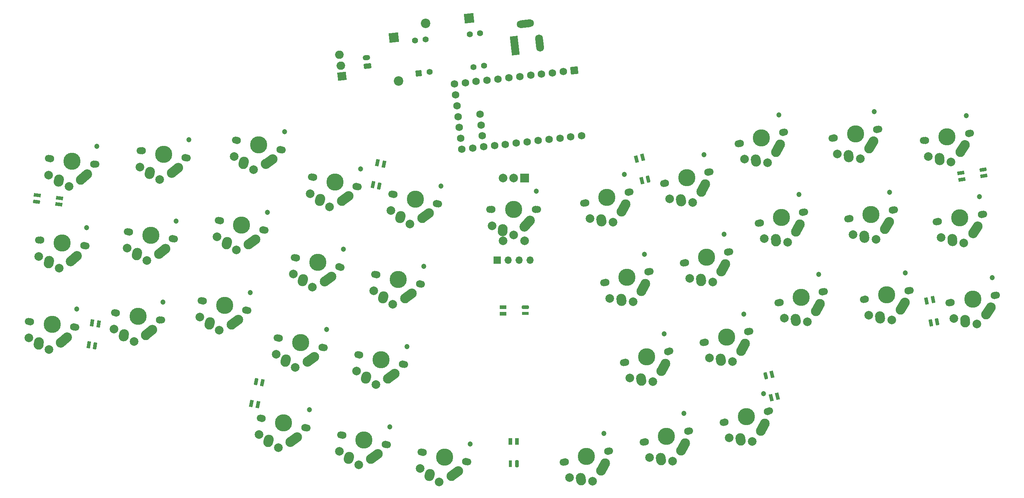
<source format=gts>
G04 #@! TF.GenerationSoftware,KiCad,Pcbnew,(7.0.0-0)*
G04 #@! TF.CreationDate,2023-03-04T10:35:24+00:00*
G04 #@! TF.ProjectId,LeChiffre,4c654368-6966-4667-9265-2e6b69636164,rev?*
G04 #@! TF.SameCoordinates,Original*
G04 #@! TF.FileFunction,Soldermask,Top*
G04 #@! TF.FilePolarity,Negative*
%FSLAX46Y46*%
G04 Gerber Fmt 4.6, Leading zero omitted, Abs format (unit mm)*
G04 Created by KiCad (PCBNEW (7.0.0-0)) date 2023-03-04 10:35:24*
%MOMM*%
%LPD*%
G01*
G04 APERTURE LIST*
G04 Aperture macros list*
%AMRoundRect*
0 Rectangle with rounded corners*
0 $1 Rounding radius*
0 $2 $3 $4 $5 $6 $7 $8 $9 X,Y pos of 4 corners*
0 Add a 4 corners polygon primitive as box body*
4,1,4,$2,$3,$4,$5,$6,$7,$8,$9,$2,$3,0*
0 Add four circle primitives for the rounded corners*
1,1,$1+$1,$2,$3*
1,1,$1+$1,$4,$5*
1,1,$1+$1,$6,$7*
1,1,$1+$1,$8,$9*
0 Add four rect primitives between the rounded corners*
20,1,$1+$1,$2,$3,$4,$5,0*
20,1,$1+$1,$4,$5,$6,$7,0*
20,1,$1+$1,$6,$7,$8,$9,0*
20,1,$1+$1,$8,$9,$2,$3,0*%
%AMHorizOval*
0 Thick line with rounded ends*
0 $1 width*
0 $2 $3 position (X,Y) of the first rounded end (center of the circle)*
0 $4 $5 position (X,Y) of the second rounded end (center of the circle)*
0 Add line between two ends*
20,1,$1,$2,$3,$4,$5,0*
0 Add two circle primitives to create the rounded ends*
1,1,$1,$2,$3*
1,1,$1,$4,$5*%
%AMRotRect*
0 Rectangle, with rotation*
0 The origin of the aperture is its center*
0 $1 length*
0 $2 width*
0 $3 Rotation angle, in degrees counterclockwise*
0 Add horizontal line*
21,1,$1,$2,0,0,$3*%
G04 Aperture macros list end*
%ADD10C,1.700000*%
%ADD11C,1.200000*%
%ADD12C,1.750000*%
%ADD13C,3.987800*%
%ADD14HorizOval,2.250000X-0.054968X-0.285445X0.054968X0.285445X0*%
%ADD15C,2.250000*%
%ADD16C,2.000000*%
%ADD17HorizOval,2.250000X-0.739078X-0.644739X0.739078X0.644739X0*%
%ADD18HorizOval,2.250000X-0.064896X-0.283352X0.064896X0.283352X0*%
%ADD19HorizOval,2.250000X-0.761129X-0.618553X0.761129X0.618553X0*%
%ADD20HorizOval,2.250000X-0.079637X-0.279568X0.079637X0.279568X0*%
%ADD21HorizOval,2.250000X-0.792459X-0.577871X0.792459X0.577871X0*%
%ADD22HorizOval,2.250000X0.050977X-0.286184X-0.050977X0.286184X0*%
%ADD23HorizOval,2.250000X-0.458935X-0.866778X0.458935X0.866778X0*%
%ADD24HorizOval,2.250000X0.035930X-0.288460X-0.035930X0.288460X0*%
%ADD25HorizOval,2.250000X-0.503670X-0.841571X0.503670X0.841571X0*%
%ADD26HorizOval,2.250000X0.025841X-0.289538X-0.025841X0.289538X0*%
%ADD27HorizOval,2.250000X-0.532734X-0.823481X0.532734X0.823481X0*%
%ADD28R,1.700000X1.700000*%
%ADD29O,1.700000X1.700000*%
%ADD30R,2.000000X2.000000*%
%ADD31HorizOval,2.250000X-0.019771X-0.290016X0.019771X0.290016X0*%
%ADD32HorizOval,2.250000X-0.654995X-0.730004X0.654995X0.730004X0*%
%ADD33RotRect,1.622000X0.820000X104.000000*%
%ADD34RoundRect,0.205000X0.345515X-0.538405X0.052306X0.637593X-0.345515X0.538405X-0.052306X-0.637593X0*%
%ADD35RotRect,1.622000X0.803000X104.000000*%
%ADD36R,1.622000X0.820000*%
%ADD37RoundRect,0.205000X-0.606000X-0.205000X0.606000X-0.205000X0.606000X0.205000X-0.606000X0.205000X0*%
%ADD38R,1.622000X0.803000*%
%ADD39RotRect,2.200000X2.200000X276.500000*%
%ADD40HorizOval,2.200000X0.000000X0.000000X0.000000X0.000000X0*%
%ADD41RotRect,1.622000X0.820000X173.000000*%
%ADD42RoundRect,0.205000X0.626466X0.129619X-0.576500X0.277325X-0.626466X-0.129619X0.576500X-0.277325X0*%
%ADD43RotRect,1.622000X0.803000X173.000000*%
%ADD44RotRect,1.622000X0.820000X9.000000*%
%ADD45RoundRect,0.205000X-0.566470X-0.297275X0.630608X-0.107677X0.566470X0.297275X-0.630608X0.107677X0*%
%ADD46RotRect,1.622000X0.803000X9.000000*%
%ADD47RotRect,4.400000X1.800000X96.500000*%
%ADD48HorizOval,1.800000X-0.124524X1.092929X0.124524X-1.092929X0*%
%ADD49HorizOval,1.800000X-1.092929X-0.124524X1.092929X0.124524X0*%
%ADD50RotRect,1.622000X0.820000X258.000000*%
%ADD51RoundRect,0.205000X-0.074526X0.635379X-0.326515X-0.550136X0.074526X-0.635379X0.326515X0.550136X0*%
%ADD52RotRect,1.622000X0.803000X258.000000*%
%ADD53R,0.820000X1.622000*%
%ADD54RoundRect,0.205000X-0.205000X0.606000X-0.205000X-0.606000X0.205000X-0.606000X0.205000X0.606000X0*%
%ADD55R,0.803000X1.622000*%
%ADD56RoundRect,0.250000X0.660604X-0.276998X0.581361X0.418502X-0.660604X0.276998X-0.581361X-0.418502X0*%
%ADD57HorizOval,1.200000X0.273232X0.031131X-0.273232X-0.031131X0*%
%ADD58RotRect,1.905000X2.000000X96.500000*%
%ADD59HorizOval,1.905000X0.047195X0.005377X-0.047195X-0.005377X0*%
%ADD60RotRect,1.622000X0.820000X281.000000*%
%ADD61RoundRect,0.205000X-0.316864X0.555750X-0.085603X-0.633982X0.316864X-0.555750X0.085603X0.633982X0*%
%ADD62RotRect,1.622000X0.803000X281.000000*%
%ADD63RotRect,1.622000X0.820000X284.000000*%
%ADD64RoundRect,0.205000X-0.345515X0.538405X-0.052306X-0.637593X0.345515X-0.538405X0.052306X0.637593X0*%
%ADD65RotRect,1.622000X0.803000X284.000000*%
%ADD66RotRect,1.622000X0.820000X261.000000*%
%ADD67RoundRect,0.205000X-0.107677X0.630608X-0.297275X-0.566470X0.107677X-0.630608X0.297275X0.566470X0*%
%ADD68RotRect,1.622000X0.803000X261.000000*%
%ADD69RotRect,1.400000X1.400000X96.500000*%
%ADD70C,1.400000*%
%ADD71RotRect,1.622000X0.820000X78.000000*%
%ADD72RoundRect,0.205000X0.074526X-0.635379X0.326515X0.550136X-0.074526X0.635379X-0.326515X-0.550136X0*%
%ADD73RotRect,1.622000X0.803000X78.000000*%
%ADD74RotRect,2.200000X2.200000X186.500000*%
%ADD75HorizOval,2.200000X0.000000X0.000000X0.000000X0.000000X0*%
%ADD76C,1.752600*%
%ADD77RotRect,1.752600X1.752600X186.500000*%
G04 APERTURE END LIST*
D10*
X47850155Y-69312435D03*
D11*
X48084093Y-65109618D03*
D12*
X47433285Y-69261250D03*
D13*
X42391151Y-68642154D03*
D12*
X37349017Y-68023058D03*
D10*
X36932147Y-67971873D03*
D14*
X39306405Y-73089382D03*
D15*
X39250988Y-73374740D03*
D16*
X36965317Y-71804483D03*
D17*
X45124125Y-72272281D03*
D15*
X44385039Y-72917012D03*
D16*
X41672122Y-74498176D03*
D10*
X45528545Y-88220439D03*
D11*
X45762483Y-84017622D03*
D12*
X45111675Y-88169254D03*
D13*
X40069541Y-87550158D03*
D12*
X35027407Y-86931062D03*
D10*
X34610537Y-86879877D03*
D14*
X36984795Y-91997386D03*
D15*
X36929378Y-92282744D03*
D16*
X34643707Y-90712487D03*
D17*
X42802515Y-91180285D03*
D15*
X42063429Y-91825016D03*
D16*
X39350512Y-93406180D03*
D10*
X43206934Y-107128445D03*
D11*
X43440872Y-102925628D03*
D12*
X42790064Y-107077260D03*
D13*
X37747930Y-106458164D03*
D12*
X32705796Y-105839068D03*
D10*
X32288926Y-105787883D03*
D14*
X34663184Y-110905392D03*
D15*
X34607767Y-111190750D03*
D16*
X32322096Y-109620493D03*
D17*
X40480904Y-110088291D03*
D15*
X39741818Y-110733022D03*
D16*
X37028901Y-112314186D03*
D10*
X69041707Y-67854600D03*
D11*
X69422179Y-63662507D03*
D12*
X68626878Y-67788897D03*
D13*
X63609421Y-66994210D03*
D12*
X58591964Y-66199523D03*
D10*
X58177135Y-66133820D03*
D18*
X60371348Y-71331072D03*
D15*
X60306006Y-71614323D03*
D16*
X58076528Y-69965253D03*
D19*
X66214040Y-70717506D03*
D15*
X65452904Y-71336050D03*
D16*
X62686458Y-72821571D03*
D10*
X66061631Y-86670062D03*
D11*
X66442103Y-82477969D03*
D12*
X65646802Y-86604359D03*
D13*
X60629345Y-85809672D03*
D12*
X55611888Y-85014985D03*
D10*
X55197059Y-84949282D03*
D18*
X57391272Y-90146534D03*
D15*
X57325930Y-90429785D03*
D16*
X55096452Y-88780715D03*
D19*
X63233964Y-89532968D03*
D15*
X62472828Y-90151512D03*
D16*
X59706382Y-91637033D03*
D10*
X63081553Y-105485526D03*
D11*
X63462025Y-101293433D03*
D12*
X62666724Y-105419823D03*
D13*
X57649267Y-104625136D03*
D12*
X52631810Y-103830449D03*
D10*
X52216981Y-103764746D03*
D18*
X54411194Y-108961998D03*
D15*
X54345852Y-109245249D03*
D16*
X52116374Y-107596179D03*
D19*
X60253886Y-108348432D03*
D15*
X59492750Y-108966976D03*
D16*
X56726304Y-110452497D03*
D10*
X87046047Y-84593789D03*
D11*
X87645395Y-80427354D03*
D12*
X86635225Y-84506466D03*
D13*
X81666235Y-83450275D03*
D12*
X76697245Y-82394084D03*
D10*
X76286423Y-82306761D03*
D20*
X78205625Y-87611727D03*
D15*
X78125549Y-87891169D03*
D16*
X75985433Y-86127677D03*
D21*
X84072422Y-87304783D03*
D15*
X83279957Y-87882645D03*
D16*
X80439556Y-89221346D03*
D10*
X83085329Y-103227503D03*
D11*
X83684677Y-99061068D03*
D12*
X82674507Y-103140180D03*
D13*
X77705517Y-102083989D03*
D12*
X72736527Y-101027798D03*
D10*
X72325705Y-100940475D03*
D20*
X74244907Y-106245441D03*
D15*
X74164831Y-106524883D03*
D16*
X72024715Y-104761391D03*
D21*
X80111704Y-105938497D03*
D15*
X79319239Y-106516359D03*
D16*
X76478838Y-107855060D03*
D10*
X108650296Y-74579222D03*
D11*
X109249644Y-70412787D03*
D12*
X108239474Y-74491899D03*
D13*
X103270484Y-73435708D03*
D12*
X98301494Y-72379517D03*
D10*
X97890672Y-72292194D03*
D20*
X99809874Y-77597160D03*
D15*
X99729798Y-77876602D03*
D16*
X97589682Y-76113110D03*
D21*
X105676671Y-77290216D03*
D15*
X104884206Y-77868078D03*
D16*
X102043805Y-79206779D03*
D10*
X104689579Y-93212935D03*
D11*
X105288927Y-89046500D03*
D12*
X104278757Y-93125612D03*
D13*
X99309767Y-92069421D03*
D12*
X94340777Y-91013230D03*
D10*
X93929955Y-90925907D03*
D20*
X95849157Y-96230873D03*
D15*
X95769081Y-96510315D03*
D16*
X93628965Y-94746823D03*
D21*
X101715954Y-95923929D03*
D15*
X100923489Y-96501791D03*
D16*
X98083088Y-97840492D03*
D10*
X100728861Y-111846646D03*
D11*
X101328209Y-107680211D03*
D12*
X100318039Y-111759323D03*
D13*
X95349049Y-110703132D03*
D12*
X90380059Y-109646941D03*
D10*
X89969237Y-109559618D03*
D20*
X91888439Y-114864584D03*
D15*
X91808363Y-115144026D03*
D16*
X89668247Y-113380534D03*
D21*
X97755236Y-114557640D03*
D15*
X96962771Y-115135502D03*
D16*
X94122370Y-116474203D03*
D10*
X127284008Y-78539940D03*
D11*
X127883356Y-74373505D03*
D12*
X126873186Y-78452617D03*
D13*
X121904196Y-77396426D03*
D12*
X116935206Y-76340235D03*
D10*
X116524384Y-76252912D03*
D20*
X118443586Y-81557878D03*
D15*
X118363510Y-81837320D03*
D16*
X116223394Y-80073828D03*
D21*
X124310383Y-81250934D03*
D15*
X123517918Y-81828796D03*
D16*
X120677517Y-83167497D03*
D10*
X123323291Y-97173653D03*
D11*
X123922639Y-93007218D03*
D12*
X122912469Y-97086330D03*
D13*
X117943479Y-96030139D03*
D12*
X112974489Y-94973948D03*
D10*
X112563667Y-94886625D03*
D20*
X114482869Y-100191591D03*
D15*
X114402793Y-100471033D03*
D16*
X112262677Y-98707541D03*
D21*
X120349666Y-99884647D03*
D15*
X119557201Y-100462509D03*
D16*
X116716800Y-101801210D03*
D10*
X119362574Y-115807365D03*
D11*
X119961922Y-111640930D03*
D12*
X118951752Y-115720042D03*
D13*
X113982762Y-114663851D03*
D12*
X109013772Y-113607660D03*
D10*
X108602950Y-113520337D03*
D20*
X110522152Y-118825303D03*
D15*
X110442076Y-119104745D03*
D16*
X108301960Y-117341253D03*
D21*
X116388949Y-118518359D03*
D15*
X115596484Y-119096221D03*
D16*
X112756083Y-120434922D03*
D10*
X115399566Y-134428349D03*
D11*
X115998914Y-130261914D03*
D12*
X114988744Y-134341026D03*
D13*
X110019754Y-133284835D03*
D12*
X105050764Y-132228644D03*
D10*
X104639942Y-132141321D03*
D20*
X106559144Y-137446287D03*
D15*
X106479068Y-137725729D03*
D16*
X104338952Y-135962237D03*
D21*
X112425941Y-137139343D03*
D15*
X111633476Y-137717205D03*
D16*
X108793075Y-139055906D03*
D10*
X171664957Y-75704338D03*
D11*
X170377203Y-71696834D03*
D12*
X171257433Y-75805945D03*
D13*
X166328331Y-77034908D03*
D12*
X161399229Y-78263871D03*
D10*
X160991705Y-78365478D03*
D22*
X165042216Y-82292227D03*
D15*
X165092743Y-82578492D03*
D16*
X162396156Y-81931641D03*
D23*
X170180703Y-79444514D03*
D15*
X169721758Y-80311286D03*
D16*
X167755670Y-82759653D03*
D10*
X176273570Y-94188473D03*
D11*
X174985816Y-90180969D03*
D12*
X175866046Y-94290080D03*
D13*
X170936944Y-95519043D03*
D12*
X166007842Y-96748006D03*
D10*
X165600318Y-96849613D03*
D22*
X169650829Y-100776362D03*
D15*
X169701356Y-101062627D03*
D16*
X167004769Y-100415776D03*
D23*
X174789316Y-97928649D03*
D15*
X174330371Y-98795421D03*
D16*
X172364283Y-101243788D03*
D10*
X180882179Y-112672606D03*
D11*
X179594425Y-108665102D03*
D12*
X180474655Y-112774213D03*
D13*
X175545553Y-114003176D03*
D12*
X170616451Y-115232139D03*
D10*
X170208927Y-115333746D03*
D22*
X174259438Y-119260495D03*
D15*
X174309965Y-119546760D03*
D16*
X171613378Y-118899909D03*
D23*
X179397925Y-116412782D03*
D15*
X178938980Y-117279554D03*
D16*
X176972892Y-119727921D03*
D10*
X185462861Y-131147597D03*
D11*
X184175107Y-127140093D03*
D12*
X185055337Y-131249204D03*
D13*
X180126235Y-132478167D03*
D12*
X175197133Y-133707130D03*
D10*
X174789609Y-133808737D03*
D22*
X178840120Y-137735486D03*
D15*
X178890647Y-138021751D03*
D16*
X176194060Y-137374900D03*
D23*
X183978607Y-134887773D03*
D15*
X183519662Y-135754545D03*
D16*
X181553574Y-138202912D03*
D10*
X190149090Y-71095728D03*
D11*
X188861336Y-67088224D03*
D12*
X189741566Y-71197335D03*
D13*
X184812464Y-72426298D03*
D12*
X179883362Y-73655261D03*
D10*
X179475838Y-73756868D03*
D22*
X183526349Y-77683617D03*
D15*
X183576876Y-77969882D03*
D16*
X180880289Y-77323031D03*
D23*
X188664836Y-74835904D03*
D15*
X188205891Y-75702676D03*
D16*
X186239803Y-78151043D03*
D10*
X194757702Y-89579861D03*
D11*
X193469948Y-85572357D03*
D12*
X194350178Y-89681468D03*
D13*
X189421076Y-90910431D03*
D12*
X184491974Y-92139394D03*
D10*
X184084450Y-92241001D03*
D22*
X188134961Y-96167750D03*
D15*
X188185488Y-96454015D03*
D16*
X185488901Y-95807164D03*
D23*
X193273448Y-93320037D03*
D15*
X192814503Y-94186809D03*
D16*
X190848415Y-96635176D03*
D10*
X199366314Y-108063994D03*
D11*
X198078560Y-104056490D03*
D12*
X198958790Y-108165601D03*
D13*
X194029688Y-109394564D03*
D12*
X189100586Y-110623527D03*
D10*
X188693062Y-110725134D03*
D22*
X192743573Y-114651883D03*
D15*
X192794100Y-114938148D03*
D16*
X190097513Y-114291297D03*
D23*
X197882060Y-111804170D03*
D15*
X197423115Y-112670942D03*
D16*
X195457027Y-115119309D03*
D10*
X203941683Y-126561411D03*
D11*
X202653929Y-122553907D03*
D12*
X203534159Y-126663018D03*
D13*
X198605057Y-127891981D03*
D12*
X193675955Y-129120944D03*
D10*
X193268431Y-129222551D03*
D22*
X197318942Y-133149300D03*
D15*
X197369469Y-133435565D03*
D16*
X194672882Y-132788714D03*
D23*
X202457429Y-130301587D03*
D15*
X201998484Y-131168359D03*
D16*
X200032396Y-133616726D03*
D10*
X207481071Y-61866081D03*
D11*
X206193317Y-57858577D03*
D12*
X207073547Y-61967688D03*
D13*
X202144445Y-63196651D03*
D12*
X197215343Y-64425614D03*
D10*
X196807819Y-64527221D03*
D22*
X200858330Y-68453970D03*
D15*
X200908857Y-68740235D03*
D16*
X198212270Y-68093384D03*
D23*
X205996817Y-65606257D03*
D15*
X205537872Y-66473029D03*
D16*
X203571784Y-68921396D03*
D10*
X212089683Y-80350215D03*
D11*
X210801929Y-76342711D03*
D12*
X211682159Y-80451822D03*
D13*
X206753057Y-81680785D03*
D12*
X201823955Y-82909748D03*
D10*
X201416431Y-83011355D03*
D22*
X205466942Y-86938104D03*
D15*
X205517469Y-87224369D03*
D16*
X202820882Y-86577518D03*
D23*
X210605429Y-84090391D03*
D15*
X210146484Y-84957163D03*
D16*
X208180396Y-87405530D03*
D10*
X216698294Y-98834349D03*
D11*
X215410540Y-94826845D03*
D12*
X216290770Y-98935956D03*
D13*
X211361668Y-100164919D03*
D12*
X206432566Y-101393882D03*
D10*
X206025042Y-101495489D03*
D22*
X210075553Y-105422238D03*
D15*
X210126080Y-105708503D03*
D16*
X207429493Y-105061652D03*
D23*
X215214040Y-102574525D03*
D15*
X214755095Y-103441297D03*
D16*
X212789007Y-105889664D03*
D10*
X229315722Y-61188050D03*
D11*
X228239468Y-57118642D03*
D12*
X228903438Y-61268189D03*
D13*
X223916772Y-62237499D03*
D12*
X218930106Y-63206809D03*
D10*
X218517822Y-63286948D03*
D24*
X222357274Y-67420303D03*
D15*
X222392749Y-67708820D03*
D16*
X219733710Y-66921727D03*
D25*
X227637755Y-64845420D03*
D15*
X227134076Y-65686985D03*
D16*
X225042545Y-68029099D03*
D10*
X232950632Y-79888045D03*
D11*
X231874378Y-75818637D03*
D12*
X232538348Y-79968184D03*
D13*
X227551682Y-80937494D03*
D12*
X222565016Y-81906804D03*
D10*
X222152732Y-81986943D03*
D24*
X225992184Y-86120298D03*
D15*
X226027659Y-86408815D03*
D16*
X223368620Y-85621722D03*
D25*
X231272665Y-83545415D03*
D15*
X230768986Y-84386980D03*
D16*
X228677455Y-86729094D03*
D10*
X236585546Y-98588043D03*
D11*
X235509292Y-94518635D03*
D12*
X236173262Y-98668182D03*
D13*
X231186596Y-99637492D03*
D12*
X226199930Y-100606802D03*
D10*
X225787646Y-100686941D03*
D24*
X229627098Y-104820296D03*
D15*
X229662573Y-105108813D03*
D16*
X227003534Y-104321720D03*
D25*
X234907579Y-102245413D03*
D15*
X234403900Y-103086978D03*
D16*
X232312369Y-105429092D03*
D10*
X250580275Y-62096044D03*
D11*
X249646697Y-57991555D03*
D12*
X250165446Y-62161747D03*
D13*
X245147989Y-62956434D03*
D12*
X240130532Y-63751121D03*
D10*
X239715703Y-63816824D03*
D26*
X243408563Y-68081655D03*
D15*
X243433948Y-68371234D03*
D16*
X240803998Y-67491822D03*
D27*
X248775690Y-65692627D03*
D15*
X248242948Y-66516101D03*
D16*
X246070952Y-68783795D03*
D10*
X253560353Y-80911505D03*
D11*
X252626775Y-76807016D03*
D12*
X253145524Y-80977208D03*
D13*
X248128067Y-81771895D03*
D12*
X243110610Y-82566582D03*
D10*
X242695781Y-82632285D03*
D26*
X246388641Y-86897116D03*
D15*
X246414026Y-87186695D03*
D16*
X243784076Y-86307283D03*
D27*
X251755768Y-84508088D03*
D15*
X251223026Y-85331562D03*
D16*
X249051030Y-87599256D03*
D10*
X256540430Y-99726970D03*
D11*
X255606852Y-95622481D03*
D12*
X256125601Y-99792673D03*
D13*
X251108144Y-100587360D03*
D12*
X246090687Y-101382047D03*
D10*
X245675858Y-101447750D03*
D26*
X249368718Y-105712581D03*
D15*
X249394103Y-106002160D03*
D16*
X246764153Y-105122748D03*
D27*
X254735845Y-103323553D03*
D15*
X254203103Y-104147027D03*
D16*
X252031107Y-106414721D03*
D28*
X140927270Y-91597222D03*
D29*
X143467270Y-91597222D03*
X146007270Y-91597222D03*
X148547270Y-91597222D03*
D10*
X96757085Y-130477601D03*
D11*
X97356433Y-126311166D03*
D12*
X96346263Y-130390278D03*
D13*
X91377273Y-129334087D03*
D12*
X86408283Y-128277896D03*
D10*
X85997461Y-128190573D03*
D20*
X87916663Y-133495539D03*
D15*
X87836587Y-133774981D03*
D16*
X85696471Y-132011489D03*
D21*
X93783460Y-133188595D03*
D15*
X92990995Y-133766457D03*
D16*
X90150594Y-135105158D03*
D10*
X91006764Y-65960077D03*
D11*
X91606112Y-61793642D03*
D12*
X90595942Y-65872754D03*
D13*
X85626952Y-64816563D03*
D12*
X80657962Y-63760372D03*
D10*
X80247140Y-63673049D03*
D20*
X82166342Y-68978015D03*
D15*
X82086266Y-69257457D03*
D16*
X79946150Y-67493965D03*
D21*
X88033139Y-68671071D03*
D15*
X87240674Y-69248933D03*
D16*
X84400273Y-70587634D03*
D30*
X147227272Y-72537223D03*
D16*
X142227273Y-72537224D03*
X144727273Y-72537224D03*
X142227273Y-87037224D03*
X147227273Y-87037224D03*
D10*
X150227272Y-79787224D03*
D11*
X149947272Y-75587224D03*
D12*
X149807272Y-79787224D03*
D13*
X144727272Y-79787224D03*
D12*
X139647272Y-79787224D03*
D10*
X139227272Y-79787224D03*
D31*
X142207500Y-84577239D03*
D15*
X142187272Y-84867224D03*
D16*
X139727272Y-83587224D03*
D32*
X147882276Y-83057227D03*
D15*
X147227272Y-83787224D03*
D16*
X144727272Y-85687224D03*
D33*
X205866072Y-123099664D03*
X204410628Y-123462547D03*
D34*
X203157957Y-118438357D03*
D35*
X204605152Y-118077529D03*
D36*
X142235449Y-103965926D03*
X142235449Y-102465926D03*
D37*
X147413450Y-102465927D03*
D38*
X147413449Y-103957426D03*
D10*
X134072708Y-138382180D03*
D11*
X134672056Y-134215745D03*
D12*
X133661886Y-138294857D03*
D13*
X128692896Y-137238666D03*
D12*
X123723906Y-136182475D03*
D10*
X123313084Y-136095152D03*
D20*
X125232286Y-141400118D03*
D15*
X125152210Y-141679560D03*
D16*
X123012094Y-139916068D03*
D21*
X131099083Y-141093174D03*
D15*
X130306618Y-141671036D03*
D16*
X127466217Y-143009737D03*
D39*
X116899999Y-39919999D03*
D40*
X118050144Y-50014689D03*
D41*
X39479579Y-77125558D03*
X39296775Y-78614377D03*
D42*
X34157372Y-77983339D03*
D43*
X34339139Y-76502955D03*
D44*
X248588503Y-72814588D03*
X248353851Y-71333056D03*
D45*
X253468102Y-70523039D03*
D46*
X253701423Y-71996175D03*
D10*
X166920692Y-135809014D03*
D11*
X165632938Y-131801510D03*
D12*
X166513168Y-135910621D03*
D13*
X161584066Y-137139584D03*
D12*
X156654964Y-138368547D03*
D10*
X156247440Y-138470154D03*
D22*
X160297951Y-142396903D03*
D15*
X160348478Y-142683168D03*
D16*
X157651891Y-142036317D03*
D23*
X165436438Y-139549190D03*
D15*
X164977493Y-140415962D03*
D16*
X163011405Y-142864329D03*
D47*
X144949999Y-41799999D03*
D48*
X150712716Y-41143420D03*
D49*
X147387339Y-36691244D03*
D50*
X113158125Y-68983193D03*
X114625346Y-69295061D03*
D51*
X113548780Y-74359910D03*
D52*
X112089872Y-74049809D03*
D53*
X143977270Y-133608222D03*
X145477270Y-133608222D03*
D54*
X145477271Y-138786223D03*
D55*
X143985770Y-138786222D03*
D56*
X110850000Y-46550000D03*
D57*
X110623593Y-44562855D03*
D58*
X104926461Y-48916695D03*
D59*
X104638925Y-46393022D03*
X104351389Y-43869350D03*
D60*
X240396841Y-101031709D03*
X241869282Y-100745495D03*
D61*
X242857292Y-105828362D03*
D62*
X241393194Y-106112953D03*
D63*
X173140996Y-68086983D03*
X174596440Y-67724100D03*
D64*
X175849113Y-72748292D03*
D65*
X174401916Y-73109118D03*
D66*
X47011755Y-106105285D03*
X48493287Y-106339937D03*
D67*
X47683270Y-111454188D03*
D68*
X46210132Y-111220865D03*
D69*
X122676326Y-48187535D03*
D70*
X125200000Y-47900000D03*
X135394047Y-46738535D03*
X137818362Y-46462319D03*
X136955754Y-38891301D03*
X134531438Y-39167517D03*
X124337391Y-40328982D03*
X121813719Y-40616518D03*
D71*
X85420651Y-125109963D03*
X83953430Y-124798095D03*
D72*
X85029998Y-119733248D03*
D73*
X86488904Y-120043347D03*
D74*
X134379999Y-35449999D03*
D75*
X124285309Y-36600144D03*
D76*
X160470625Y-62666599D03*
X157946953Y-62954135D03*
X155423280Y-63241671D03*
X152899608Y-63529207D03*
X150375935Y-63816743D03*
X147852263Y-64104279D03*
X145328590Y-64391816D03*
X142804918Y-64679352D03*
X140281245Y-64966888D03*
X137757573Y-65254424D03*
X135233900Y-65541960D03*
X132710228Y-65829496D03*
X130985011Y-50687461D03*
X133508683Y-50399925D03*
X136032356Y-50112389D03*
X138556028Y-49824853D03*
X141079701Y-49537317D03*
X143603373Y-49249781D03*
X146127046Y-48962244D03*
X148650718Y-48674708D03*
X151174391Y-48387172D03*
X153698063Y-48099636D03*
X156221736Y-47812100D03*
D77*
X158745407Y-47524563D03*
D76*
X137470037Y-62730752D03*
X132422692Y-63305824D03*
X137182500Y-60207079D03*
X132135155Y-60782151D03*
X136894964Y-57683407D03*
X131847619Y-58258479D03*
X131560083Y-55734806D03*
X131272547Y-53211134D03*
M02*

</source>
